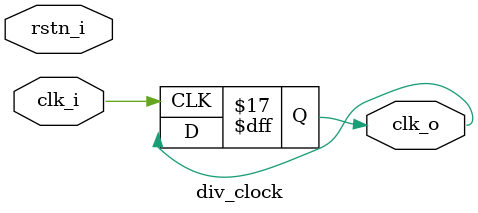
<source format=v>
module div_clock (
	input wire clk_i,
	input wire rstn_i,
  output wire clk_o
);
	reg [25:0] count_reg; // 16 bits

	always @(posedge clk_i, negedge rstn_i) begin
		if (rstn_i == 1'b0) begin
      count_reg = 0;
		end else begin
      if ( count_reg == 10111110101111000010000000 ) begin
        clk_o = ~clk_o;
        count = 0;
      end else begin
        count_reg++;
      end
    end
	end

endmodule

</source>
